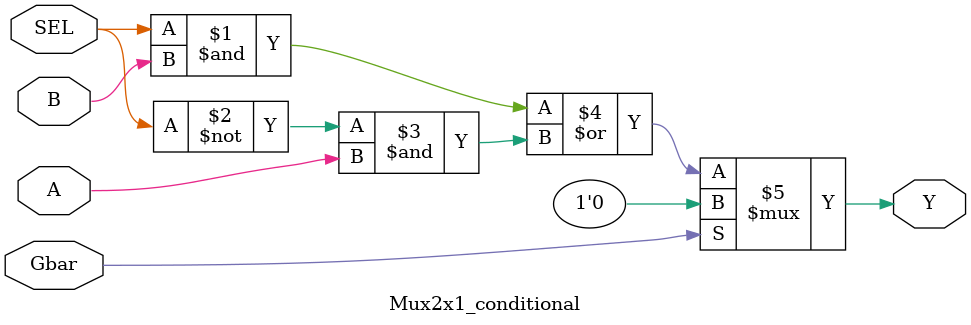
<source format=v>
`timescale 1ns / 1ps
module Mux2x1_conditional(input A,B,SEL,Gbar, output Y );
 assign Y = (Gbar) ? 1'b0 : (SEL & B ) | (~ SEL & A);
endmodule
</source>
